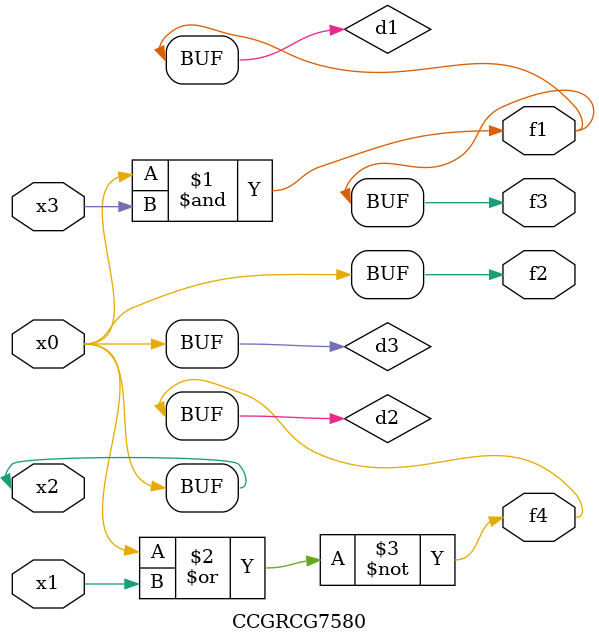
<source format=v>
module CCGRCG7580(
	input x0, x1, x2, x3,
	output f1, f2, f3, f4
);

	wire d1, d2, d3;

	and (d1, x2, x3);
	nor (d2, x0, x1);
	buf (d3, x0, x2);
	assign f1 = d1;
	assign f2 = d3;
	assign f3 = d1;
	assign f4 = d2;
endmodule

</source>
